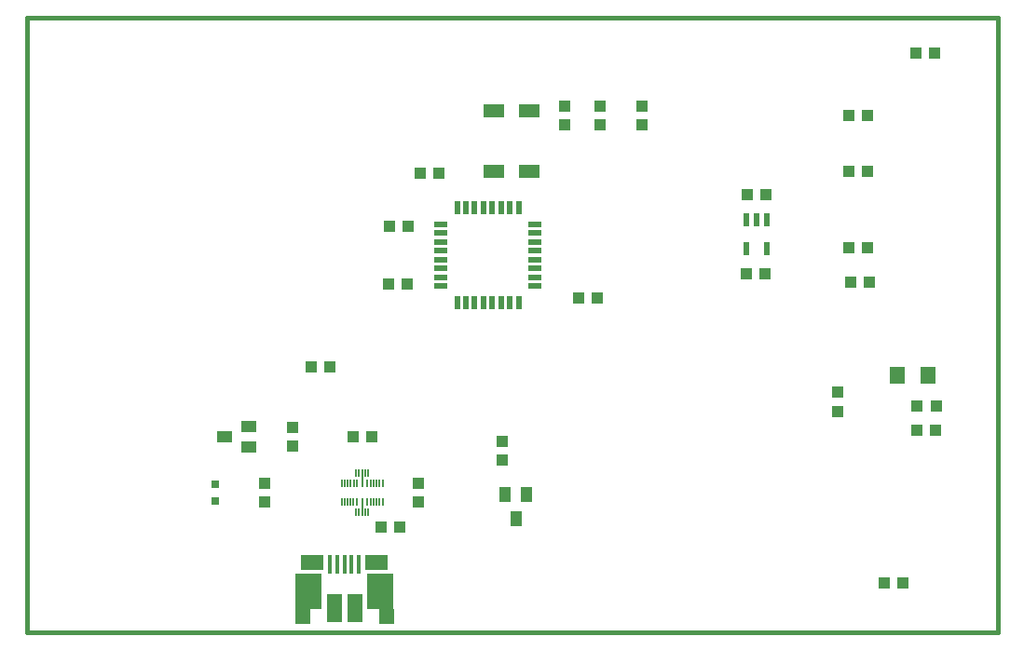
<source format=gbp>
G75*
%MOIN*%
%OFA0B0*%
%FSLAX25Y25*%
%IPPOS*%
%LPD*%
%AMOC8*
5,1,8,0,0,1.08239X$1,22.5*
%
%ADD10C,0.01600*%
%ADD11R,0.05512X0.06299*%
%ADD12R,0.04331X0.03937*%
%ADD13R,0.03937X0.04331*%
%ADD14R,0.02165X0.04724*%
%ADD15R,0.07480X0.05118*%
%ADD16R,0.02200X0.05000*%
%ADD17R,0.05000X0.02200*%
%ADD18R,0.01575X0.06732*%
%ADD19R,0.07874X0.05748*%
%ADD20R,0.05413X0.09843*%
%ADD21R,0.09616X0.12522*%
%ADD22R,0.09616X0.12522*%
%ADD23R,0.05304X0.05436*%
%ADD24R,0.05304X0.05436*%
%ADD25R,0.01121X0.02756*%
%ADD26R,0.03150X0.03150*%
%ADD27R,0.05512X0.03937*%
%ADD28R,0.03937X0.05512*%
D10*
X0001800Y0005000D02*
X0349300Y0005000D01*
X0349300Y0225000D01*
X0001800Y0225000D01*
X0001800Y0005000D01*
D11*
X0313332Y0097154D03*
X0324356Y0097154D03*
D12*
X0327108Y0085946D03*
X0320415Y0085946D03*
X0320381Y0077321D03*
X0327073Y0077321D03*
X0291800Y0084154D03*
X0291800Y0090846D03*
X0265919Y0133183D03*
X0259226Y0133183D03*
X0259468Y0161705D03*
X0266161Y0161705D03*
X0295954Y0190000D03*
X0302646Y0190000D03*
X0221800Y0186654D03*
X0221800Y0193346D03*
X0206800Y0193346D03*
X0206800Y0186654D03*
X0194300Y0186654D03*
X0194300Y0193346D03*
X0138269Y0150262D03*
X0131576Y0150262D03*
X0131251Y0129552D03*
X0137944Y0129552D03*
X0199376Y0124552D03*
X0206069Y0124552D03*
X0171800Y0073346D03*
X0171800Y0066654D03*
X0141800Y0058346D03*
X0141800Y0051654D03*
X0096800Y0071654D03*
X0096800Y0078346D03*
X0086800Y0058346D03*
X0086800Y0051654D03*
D13*
X0118454Y0075000D03*
X0125146Y0075000D03*
X0110146Y0100000D03*
X0103454Y0100000D03*
X0128454Y0042500D03*
X0135146Y0042500D03*
X0296690Y0130435D03*
X0303383Y0130435D03*
X0302646Y0142500D03*
X0295954Y0142500D03*
X0295954Y0170000D03*
X0302646Y0170000D03*
X0319799Y0212375D03*
X0326492Y0212375D03*
X0149410Y0169366D03*
X0142717Y0169366D03*
X0308454Y0022500D03*
X0315146Y0022500D03*
D14*
X0266742Y0142310D03*
X0259262Y0142310D03*
X0259262Y0152547D03*
X0263002Y0152547D03*
X0266742Y0152547D03*
D15*
X0181550Y0169881D03*
X0168952Y0169881D03*
X0168952Y0191535D03*
X0181550Y0191535D03*
D16*
X0177824Y0156900D03*
X0174674Y0156900D03*
X0171524Y0156900D03*
X0168375Y0156900D03*
X0165225Y0156900D03*
X0162076Y0156900D03*
X0158926Y0156900D03*
X0155776Y0156900D03*
X0155776Y0123100D03*
X0158926Y0123100D03*
X0162076Y0123100D03*
X0165225Y0123100D03*
X0168375Y0123100D03*
X0171524Y0123100D03*
X0174674Y0123100D03*
X0177824Y0123100D03*
D17*
X0183700Y0128976D03*
X0183700Y0132126D03*
X0183700Y0135276D03*
X0183700Y0138425D03*
X0183700Y0141575D03*
X0183700Y0144724D03*
X0183700Y0147874D03*
X0183700Y0151024D03*
X0149900Y0151024D03*
X0149900Y0147874D03*
X0149900Y0144724D03*
X0149900Y0141575D03*
X0149900Y0138425D03*
X0149900Y0135276D03*
X0149900Y0132126D03*
X0149900Y0128976D03*
D18*
X0120580Y0029449D03*
X0118020Y0029449D03*
X0115461Y0029449D03*
X0112902Y0029449D03*
X0110343Y0029449D03*
D19*
X0104044Y0029961D03*
X0126879Y0029961D03*
D20*
X0119152Y0013583D03*
X0111770Y0013583D03*
D21*
X0128393Y0019801D03*
D22*
X0102586Y0019801D03*
D23*
X0130560Y0010807D03*
D24*
X0100445Y0010807D03*
D25*
X0119661Y0047919D03*
X0120733Y0047919D03*
X0121798Y0047921D03*
X0122882Y0047921D03*
X0123957Y0047921D03*
X0121800Y0049796D03*
X0121800Y0051752D03*
X0119831Y0051752D03*
X0118743Y0051752D03*
X0117668Y0051752D03*
X0116584Y0051752D03*
X0115519Y0051750D03*
X0114447Y0051750D03*
X0114488Y0058240D03*
X0115559Y0058240D03*
X0116624Y0058243D03*
X0117708Y0058243D03*
X0118783Y0058243D03*
X0119831Y0058248D03*
X0121800Y0058248D03*
X0123769Y0058248D03*
X0124827Y0058233D03*
X0125898Y0058233D03*
X0126964Y0058235D03*
X0128048Y0058235D03*
X0129122Y0058235D03*
X0123957Y0062076D03*
X0122882Y0062076D03*
X0121798Y0062076D03*
X0120733Y0062074D03*
X0119661Y0062074D03*
X0121798Y0060445D03*
X0123769Y0051752D03*
X0124838Y0051751D03*
X0125910Y0051751D03*
X0126975Y0051753D03*
X0128059Y0051753D03*
X0129133Y0051753D03*
D26*
X0069300Y0052047D03*
X0069300Y0057953D03*
D27*
X0081131Y0071260D03*
X0072469Y0075000D03*
X0081131Y0078740D03*
D28*
X0173060Y0054331D03*
X0180540Y0054331D03*
X0176800Y0045669D03*
M02*

</source>
